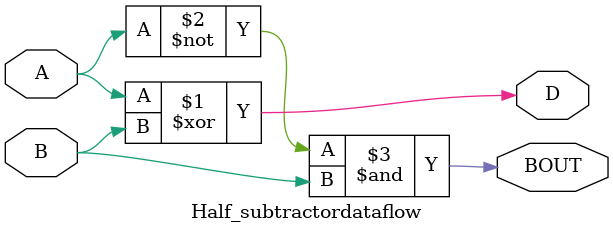
<source format=v>
`timescale 1ns / 1ps


module Half_subtractordataflow(D,BOUT,A,B);
output D,BOUT;
input A,B;
assign D = A^B;
assign BOUT= ~A & B;
endmodule

</source>
